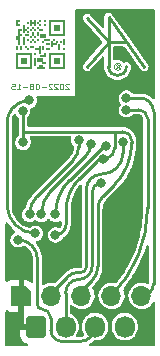
<source format=gbr>
%TF.GenerationSoftware,KiCad,Pcbnew,(6.0.5-0)*%
%TF.CreationDate,2022-08-15T09:21:08+01:00*%
%TF.ProjectId,Keypad2,4b657970-6164-4322-9e6b-696361645f70,5*%
%TF.SameCoordinates,Original*%
%TF.FileFunction,Copper,L2,Bot*%
%TF.FilePolarity,Positive*%
%FSLAX46Y46*%
G04 Gerber Fmt 4.6, Leading zero omitted, Abs format (unit mm)*
G04 Created by KiCad (PCBNEW (6.0.5-0)) date 2022-08-15 09:21:08*
%MOMM*%
%LPD*%
G01*
G04 APERTURE LIST*
G04 Aperture macros list*
%AMRoundRect*
0 Rectangle with rounded corners*
0 $1 Rounding radius*
0 $2 $3 $4 $5 $6 $7 $8 $9 X,Y pos of 4 corners*
0 Add a 4 corners polygon primitive as box body*
4,1,4,$2,$3,$4,$5,$6,$7,$8,$9,$2,$3,0*
0 Add four circle primitives for the rounded corners*
1,1,$1+$1,$2,$3*
1,1,$1+$1,$4,$5*
1,1,$1+$1,$6,$7*
1,1,$1+$1,$8,$9*
0 Add four rect primitives between the rounded corners*
20,1,$1+$1,$2,$3,$4,$5,0*
20,1,$1+$1,$4,$5,$6,$7,0*
20,1,$1+$1,$6,$7,$8,$9,0*
20,1,$1+$1,$8,$9,$2,$3,0*%
%AMOutline5P*
0 Free polygon, 5 corners , with rotation*
0 The origin of the aperture is its center*
0 number of corners: always 5*
0 $1 to $10 corner X, Y*
0 $11 Rotation angle, in degrees counterclockwise*
0 create outline with 5 corners*
4,1,5,$1,$2,$3,$4,$5,$6,$7,$8,$9,$10,$1,$2,$11*%
%AMOutline6P*
0 Free polygon, 6 corners , with rotation*
0 The origin of the aperture is its center*
0 number of corners: always 6*
0 $1 to $12 corner X, Y*
0 $13 Rotation angle, in degrees counterclockwise*
0 create outline with 6 corners*
4,1,6,$1,$2,$3,$4,$5,$6,$7,$8,$9,$10,$11,$12,$1,$2,$13*%
%AMOutline7P*
0 Free polygon, 7 corners , with rotation*
0 The origin of the aperture is its center*
0 number of corners: always 7*
0 $1 to $14 corner X, Y*
0 $15 Rotation angle, in degrees counterclockwise*
0 create outline with 7 corners*
4,1,7,$1,$2,$3,$4,$5,$6,$7,$8,$9,$10,$11,$12,$13,$14,$1,$2,$15*%
%AMOutline8P*
0 Free polygon, 8 corners , with rotation*
0 The origin of the aperture is its center*
0 number of corners: always 8*
0 $1 to $16 corner X, Y*
0 $17 Rotation angle, in degrees counterclockwise*
0 create outline with 8 corners*
4,1,8,$1,$2,$3,$4,$5,$6,$7,$8,$9,$10,$11,$12,$13,$14,$15,$16,$1,$2,$17*%
G04 Aperture macros list end*
%ADD10C,0.100000*%
%TA.AperFunction,NonConductor*%
%ADD11C,0.100000*%
%TD*%
%TA.AperFunction,EtchedComponent*%
%ADD12C,0.250000*%
%TD*%
%TA.AperFunction,EtchedComponent*%
%ADD13C,0.080000*%
%TD*%
%TA.AperFunction,ComponentPad*%
%ADD14Outline5P,-0.850000X0.850000X0.850000X0.850000X0.850000X-0.850000X-0.340000X-0.850000X-0.850000X-0.340000X180.000000*%
%TD*%
%TA.AperFunction,ComponentPad*%
%ADD15O,1.700000X1.700000*%
%TD*%
%TA.AperFunction,ComponentPad*%
%ADD16RoundRect,0.250000X-0.600000X-0.675000X0.600000X-0.675000X0.600000X0.675000X-0.600000X0.675000X0*%
%TD*%
%TA.AperFunction,ComponentPad*%
%ADD17O,1.700000X1.850000*%
%TD*%
%TA.AperFunction,SMDPad,CuDef*%
%ADD18R,1.400000X0.200000*%
%TD*%
%TA.AperFunction,SMDPad,CuDef*%
%ADD19R,0.200000X0.200000*%
%TD*%
%TA.AperFunction,SMDPad,CuDef*%
%ADD20R,0.200000X0.600000*%
%TD*%
%TA.AperFunction,SMDPad,CuDef*%
%ADD21R,0.200000X0.800000*%
%TD*%
%TA.AperFunction,SMDPad,CuDef*%
%ADD22R,0.200000X1.200000*%
%TD*%
%TA.AperFunction,SMDPad,CuDef*%
%ADD23R,0.200000X0.400000*%
%TD*%
%TA.AperFunction,SMDPad,CuDef*%
%ADD24R,0.400000X0.200000*%
%TD*%
%TA.AperFunction,SMDPad,CuDef*%
%ADD25R,0.600000X0.200000*%
%TD*%
%TA.AperFunction,SMDPad,CuDef*%
%ADD26R,1.000000X0.200000*%
%TD*%
%TA.AperFunction,SMDPad,CuDef*%
%ADD27R,0.600000X0.600000*%
%TD*%
%TA.AperFunction,SMDPad,CuDef*%
%ADD28R,0.600000X0.400000*%
%TD*%
%TA.AperFunction,SMDPad,CuDef*%
%ADD29R,0.800000X0.200000*%
%TD*%
%TA.AperFunction,SMDPad,CuDef*%
%ADD30R,0.200000X1.400000*%
%TD*%
%TA.AperFunction,ViaPad*%
%ADD31C,0.800000*%
%TD*%
%TA.AperFunction,Conductor*%
%ADD32C,0.500000*%
%TD*%
%TA.AperFunction,Conductor*%
%ADD33C,0.250000*%
%TD*%
G04 APERTURE END LIST*
D10*
%TO.C,U4*%
D11*
X166628571Y-100573809D02*
X166604761Y-100550000D01*
X166557142Y-100526190D01*
X166438095Y-100526190D01*
X166390476Y-100550000D01*
X166366666Y-100573809D01*
X166342857Y-100621428D01*
X166342857Y-100669047D01*
X166366666Y-100740476D01*
X166652380Y-101026190D01*
X166342857Y-101026190D01*
X166033333Y-100526190D02*
X165985714Y-100526190D01*
X165938095Y-100550000D01*
X165914285Y-100573809D01*
X165890476Y-100621428D01*
X165866666Y-100716666D01*
X165866666Y-100835714D01*
X165890476Y-100930952D01*
X165914285Y-100978571D01*
X165938095Y-101002380D01*
X165985714Y-101026190D01*
X166033333Y-101026190D01*
X166080952Y-101002380D01*
X166104761Y-100978571D01*
X166128571Y-100930952D01*
X166152380Y-100835714D01*
X166152380Y-100716666D01*
X166128571Y-100621428D01*
X166104761Y-100573809D01*
X166080952Y-100550000D01*
X166033333Y-100526190D01*
X165676190Y-100573809D02*
X165652380Y-100550000D01*
X165604761Y-100526190D01*
X165485714Y-100526190D01*
X165438095Y-100550000D01*
X165414285Y-100573809D01*
X165390476Y-100621428D01*
X165390476Y-100669047D01*
X165414285Y-100740476D01*
X165700000Y-101026190D01*
X165390476Y-101026190D01*
X165200000Y-100573809D02*
X165176190Y-100550000D01*
X165128571Y-100526190D01*
X165009523Y-100526190D01*
X164961904Y-100550000D01*
X164938095Y-100573809D01*
X164914285Y-100621428D01*
X164914285Y-100669047D01*
X164938095Y-100740476D01*
X165223809Y-101026190D01*
X164914285Y-101026190D01*
X164700000Y-100835714D02*
X164319047Y-100835714D01*
X163985714Y-100526190D02*
X163938095Y-100526190D01*
X163890476Y-100550000D01*
X163866666Y-100573809D01*
X163842857Y-100621428D01*
X163819047Y-100716666D01*
X163819047Y-100835714D01*
X163842857Y-100930952D01*
X163866666Y-100978571D01*
X163890476Y-101002380D01*
X163938095Y-101026190D01*
X163985714Y-101026190D01*
X164033333Y-101002380D01*
X164057142Y-100978571D01*
X164080952Y-100930952D01*
X164104761Y-100835714D01*
X164104761Y-100716666D01*
X164080952Y-100621428D01*
X164057142Y-100573809D01*
X164033333Y-100550000D01*
X163985714Y-100526190D01*
X163533333Y-100740476D02*
X163580952Y-100716666D01*
X163604761Y-100692857D01*
X163628571Y-100645238D01*
X163628571Y-100621428D01*
X163604761Y-100573809D01*
X163580952Y-100550000D01*
X163533333Y-100526190D01*
X163438095Y-100526190D01*
X163390476Y-100550000D01*
X163366666Y-100573809D01*
X163342857Y-100621428D01*
X163342857Y-100645238D01*
X163366666Y-100692857D01*
X163390476Y-100716666D01*
X163438095Y-100740476D01*
X163533333Y-100740476D01*
X163580952Y-100764285D01*
X163604761Y-100788095D01*
X163628571Y-100835714D01*
X163628571Y-100930952D01*
X163604761Y-100978571D01*
X163580952Y-101002380D01*
X163533333Y-101026190D01*
X163438095Y-101026190D01*
X163390476Y-101002380D01*
X163366666Y-100978571D01*
X163342857Y-100930952D01*
X163342857Y-100835714D01*
X163366666Y-100788095D01*
X163390476Y-100764285D01*
X163438095Y-100740476D01*
X163128571Y-100835714D02*
X162747619Y-100835714D01*
X162247619Y-101026190D02*
X162533333Y-101026190D01*
X162390476Y-101026190D02*
X162390476Y-100526190D01*
X162438095Y-100597619D01*
X162485714Y-100645238D01*
X162533333Y-100669047D01*
X161795238Y-100526190D02*
X162033333Y-100526190D01*
X162057142Y-100764285D01*
X162033333Y-100740476D01*
X161985714Y-100716666D01*
X161866666Y-100716666D01*
X161819047Y-100740476D01*
X161795238Y-100764285D01*
X161771428Y-100811904D01*
X161771428Y-100930952D01*
X161795238Y-100978571D01*
X161819047Y-101002380D01*
X161866666Y-101026190D01*
X161985714Y-101026190D01*
X162033333Y-101002380D01*
X162057142Y-100978571D01*
D12*
%TO.C,Logo1*%
X168200000Y-95000000D02*
X170000000Y-97000000D01*
D13*
X170750000Y-99110000D02*
X170650000Y-99250000D01*
X170850000Y-99110000D02*
X170750000Y-99110000D01*
D12*
X170000000Y-97000000D02*
X168200000Y-99100000D01*
D13*
X170850000Y-98950000D02*
X170850000Y-99250000D01*
D12*
X170000000Y-97000000D02*
X171500000Y-97000000D01*
D13*
X170850000Y-98950000D02*
X170750000Y-98950000D01*
D12*
X170000000Y-94900000D02*
X173000000Y-99100000D01*
X170000000Y-94900000D02*
X170000000Y-99100000D01*
D13*
X170750000Y-98950000D02*
G75*
G03*
X170750000Y-99110000I0J-80000D01*
G01*
D12*
X170000000Y-99100000D02*
G75*
G03*
X171500000Y-99100000I750000J0D01*
G01*
D13*
X171070000Y-99110000D02*
G75*
G03*
X171070000Y-99110000I-300000J0D01*
G01*
%TD*%
D14*
%TO.P,J2,1,GND*%
%TO.N,GND*%
X162620000Y-118500000D03*
D15*
%TO.P,J2,2,0*%
%TO.N,GPIO0*%
X165160000Y-118500000D03*
%TO.P,J2,3,3V3*%
%TO.N,+3V3*%
X167700000Y-118500000D03*
%TO.P,J2,4,Rx*%
%TO.N,I*%
X170240000Y-118500000D03*
%TO.P,J2,5,Tx*%
%TO.N,O*%
X172780000Y-118500000D03*
%TD*%
D16*
%TO.P,J1,1,Pin_1*%
%TO.N,GND*%
X163850000Y-121100000D03*
D17*
%TO.P,J1,2,Pin_2*%
%TO.N,+12V*%
X166350000Y-121100000D03*
%TO.P,J1,3,Pin_3*%
%TO.N,Net-(J1-Pad3)*%
X168850000Y-121100000D03*
%TO.P,J1,4,Pin_4*%
%TO.N,Net-(J1-Pad4)*%
X171350000Y-121100000D03*
%TD*%
D18*
%TO.P,U4,*%
%TO.N,*%
X162800000Y-99200000D03*
D19*
X163400000Y-97000000D03*
D20*
X165200000Y-97200000D03*
D19*
X164200000Y-95600000D03*
X162600000Y-96400000D03*
D21*
X163800000Y-98700000D03*
D22*
X165000000Y-95700000D03*
D19*
X163800000Y-97000000D03*
D22*
X163400000Y-98500000D03*
D23*
X162200000Y-95300000D03*
X162200000Y-96700000D03*
D24*
X165500000Y-97200000D03*
D19*
X163200000Y-96800000D03*
X165600000Y-97000000D03*
D25*
X164400000Y-98200000D03*
D24*
X164300000Y-96000000D03*
D20*
X165800000Y-97400000D03*
D19*
X164000000Y-95400000D03*
D26*
X162800000Y-98000000D03*
D21*
X164200000Y-97700000D03*
D19*
X163800000Y-98000000D03*
X163600000Y-95400000D03*
X166000000Y-97000000D03*
D27*
X165600000Y-95800000D03*
D23*
X164400000Y-97500000D03*
D24*
X164300000Y-99000000D03*
D21*
X162800000Y-95900000D03*
D19*
X163200000Y-95800000D03*
D26*
X165600000Y-95200000D03*
D19*
X164200000Y-95200000D03*
D22*
X162200000Y-98500000D03*
D20*
X163400000Y-95400000D03*
D19*
X163200000Y-95400000D03*
D23*
X163600000Y-96300000D03*
D19*
X164600000Y-95600000D03*
X164000000Y-95800000D03*
D20*
X166200000Y-97000000D03*
D19*
X163200000Y-97600000D03*
D24*
X163900000Y-97600000D03*
D19*
X163400000Y-96600000D03*
X163000000Y-97400000D03*
D24*
X164900000Y-97200000D03*
D19*
X163600000Y-95800000D03*
D25*
X164800000Y-96800000D03*
D23*
X162600000Y-97500000D03*
D24*
X163100000Y-96400000D03*
D19*
X163000000Y-96000000D03*
D27*
X162800000Y-98600000D03*
D28*
X164400000Y-96500000D03*
D21*
X162800000Y-96900000D03*
D20*
X163800000Y-95400000D03*
D24*
X163500000Y-97400000D03*
X164900000Y-97600000D03*
D22*
X166200000Y-95700000D03*
D19*
X163800000Y-96600000D03*
D18*
X165600000Y-99200000D03*
D26*
X165600000Y-98000000D03*
D24*
X164500000Y-98800000D03*
X162300000Y-95600000D03*
D22*
X166200000Y-98500000D03*
D19*
X164600000Y-98000000D03*
X163600000Y-96800000D03*
D28*
X164200000Y-98500000D03*
D19*
X162400000Y-95200000D03*
D29*
X164300000Y-99200000D03*
D19*
X163400000Y-96000000D03*
X163200000Y-96200000D03*
X166200000Y-97600000D03*
D22*
X165000000Y-98500000D03*
D30*
X162400000Y-96600000D03*
D19*
X164400000Y-97000000D03*
X164000000Y-96800000D03*
X162600000Y-96000000D03*
D27*
X165600000Y-98600000D03*
D23*
X164000000Y-96300000D03*
D19*
X165400000Y-96800000D03*
X163800000Y-96000000D03*
D18*
X165600000Y-96400000D03*
D19*
X164600000Y-95200000D03*
D23*
X162200000Y-97500000D03*
%TD*%
D31*
%TO.N,GND*%
X173400000Y-122300000D03*
X166415256Y-114041804D03*
X165600000Y-103200000D03*
%TO.N,+3V3*%
X162750000Y-105500000D03*
X162716425Y-102831220D03*
X169552391Y-106875500D03*
X165500000Y-113346506D03*
%TO.N,GPIO0*%
X171224500Y-105476883D03*
%TO.N,O*%
X171500000Y-101750000D03*
%TO.N,I*%
X171500000Y-102750000D03*
%TO.N,Net-(C1-Pad2)*%
X163800000Y-113200000D03*
X163275500Y-101953301D03*
%TO.N,Net-(J1-Pad3)*%
X162328307Y-113752436D03*
%TO.N,+12V*%
X169338110Y-108967566D03*
%TO.N,TX*%
X167461864Y-105325500D03*
X163300000Y-111600000D03*
%TO.N,RX*%
X165500000Y-111596506D03*
X169775500Y-105797540D03*
%TO.N,DE*%
X164300000Y-111600000D03*
X168496408Y-105621956D03*
%TD*%
D32*
%TO.N,GND*%
X162600000Y-118500000D02*
X162600000Y-121100000D01*
X162600000Y-121100000D02*
X163850000Y-121100000D01*
D33*
%TO.N,+3V3*%
X167948701Y-117851300D02*
X168600000Y-117200000D01*
X168992646Y-107107354D02*
X167531372Y-108568628D01*
X171949001Y-105349001D02*
X171949001Y-105550999D01*
X169835155Y-106886578D02*
X169563469Y-106886578D01*
X162750000Y-105500000D02*
X162750000Y-102864795D01*
X169563469Y-106886578D02*
X169552391Y-106875500D01*
X168600000Y-117200000D02*
X168605025Y-117194975D01*
X166400000Y-111300000D02*
X166400000Y-112446506D01*
X170464077Y-109135923D02*
X169524264Y-110075736D01*
X170500000Y-104688398D02*
X170500000Y-105986671D01*
X169100000Y-111100000D02*
X169100000Y-116000000D01*
X162750000Y-104600000D02*
X171200000Y-104600000D01*
X162750000Y-102864795D02*
X162716425Y-102831220D01*
X166399988Y-111300000D02*
G75*
G02*
X167531372Y-108568628I3862712J0D01*
G01*
X171949000Y-105349001D02*
G75*
G03*
X171200000Y-104600000I-749000J1D01*
G01*
X165500000Y-113346500D02*
G75*
G03*
X166400000Y-112446506I0J900000D01*
G01*
X170464068Y-109135914D02*
G75*
G03*
X171949001Y-105550999I-3584868J3584914D01*
G01*
X168992650Y-107107358D02*
G75*
G02*
X169552391Y-106875500I559750J-559742D01*
G01*
X169835155Y-106886578D02*
G75*
G03*
X170500000Y-105986671I-279555J902078D01*
G01*
X169099992Y-111100000D02*
G75*
G02*
X169524264Y-110075736I1448508J0D01*
G01*
X169099985Y-116000000D02*
G75*
G02*
X168605025Y-117194975I-1689985J0D01*
G01*
X167948701Y-117851300D02*
G75*
G03*
X167680000Y-118500000I648699J-648700D01*
G01*
%TO.N,GPIO0*%
X166400000Y-117000000D02*
X166475735Y-116924265D01*
X167700000Y-116500000D02*
X167500000Y-116500000D01*
X165309706Y-118090295D02*
X166400000Y-117000000D01*
X171224500Y-105476883D02*
X171224500Y-106375500D01*
X168100000Y-109500000D02*
X168100000Y-116100000D01*
X165309708Y-118090297D02*
G75*
G03*
X165140000Y-118500000I409692J-409703D01*
G01*
X167700000Y-116500000D02*
G75*
G03*
X168100000Y-116100000I0J400000D01*
G01*
X169400000Y-108200000D02*
G75*
G03*
X171224500Y-106375500I0J1824500D01*
G01*
X168100000Y-109500000D02*
G75*
G02*
X169400000Y-108200000I1300000J0D01*
G01*
X167500000Y-116499992D02*
G75*
G03*
X166475735Y-116924265I0J-1448508D01*
G01*
%TO.N,O*%
X171500000Y-101750000D02*
X172650000Y-101750000D01*
X173800000Y-102900000D02*
X173800000Y-117460000D01*
X172760000Y-118500000D02*
G75*
G03*
X173800000Y-117460000I0J1040000D01*
G01*
X173800000Y-102900000D02*
G75*
G03*
X172650000Y-101750000I-1150000J0D01*
G01*
%TO.N,I*%
X171500000Y-102750000D02*
X172550000Y-102750000D01*
X173300000Y-103500000D02*
X173300000Y-111064223D01*
X173300000Y-103500000D02*
G75*
G03*
X172550000Y-102750000I-750000J0D01*
G01*
X170219993Y-118499993D02*
G75*
G03*
X173300000Y-111064223I-7435793J7435793D01*
G01*
%TO.N,Net-(C1-Pad2)*%
X161400000Y-110600000D02*
X161400000Y-103850000D01*
X163237907Y-101990894D02*
X163275500Y-101953301D01*
X161400000Y-110800000D02*
X161400000Y-110600000D01*
X162895576Y-101990894D02*
X163237907Y-101990894D01*
X161400000Y-110800000D02*
G75*
G03*
X163800000Y-113200000I2400000J0D01*
G01*
X162895576Y-101990893D02*
G75*
G03*
X161400000Y-103850000I410324J-1861207D01*
G01*
%TO.N,Net-(J1-Pad3)*%
X166049520Y-122349520D02*
X167600480Y-122349520D01*
X165100000Y-120400000D02*
X165100000Y-121400000D01*
X163965489Y-115389618D02*
X163965489Y-119265489D01*
X166049520Y-122349500D02*
G75*
G02*
X165100000Y-121400000I-20J949500D01*
G01*
X163965464Y-115389618D02*
G75*
G03*
X162328307Y-113752436I-1637164J18D01*
G01*
X164300000Y-119600011D02*
G75*
G02*
X163965489Y-119265489I0J334511D01*
G01*
X168850020Y-121100000D02*
G75*
G02*
X167600480Y-122349520I-1249520J0D01*
G01*
X165100000Y-120400000D02*
G75*
G03*
X164300000Y-119600000I-800000J0D01*
G01*
%TO.N,+12V*%
X169338110Y-108967566D02*
X169332434Y-108967566D01*
X168600000Y-109700000D02*
X168600000Y-116000000D01*
X166350000Y-118250000D02*
X166350000Y-121100000D01*
X168599966Y-109700000D02*
G75*
G02*
X169332434Y-108967566I732434J0D01*
G01*
X167500000Y-117100000D02*
G75*
G03*
X168600000Y-116000000I0J1100000D01*
G01*
X166350000Y-118250000D02*
G75*
G02*
X167500000Y-117100000I1150000J0D01*
G01*
%TO.N,TX*%
X167461864Y-105325500D02*
X167461864Y-105884962D01*
X167000000Y-107000000D02*
X163936396Y-110063604D01*
X163300003Y-111600000D02*
G75*
G02*
X163936397Y-110063605I2172797J0D01*
G01*
X167000011Y-107000011D02*
G75*
G03*
X167461864Y-105884962I-1115011J1115011D01*
G01*
%TO.N,RX*%
X169480102Y-105919898D02*
X166699612Y-108700388D01*
X165499997Y-111596506D02*
G75*
G02*
X166699613Y-108700389I4095703J6D01*
G01*
X169480101Y-105919897D02*
G75*
G02*
X169775500Y-105797540I295399J-295403D01*
G01*
%TO.N,DE*%
X168100000Y-106600000D02*
X165148529Y-109551471D01*
X168496408Y-105621956D02*
X168496408Y-105642987D01*
X164300013Y-111600000D02*
G75*
G02*
X165148529Y-109551471I2897087J0D01*
G01*
X168100004Y-106600004D02*
G75*
G03*
X168496408Y-105642987I-957004J957004D01*
G01*
%TD*%
%TA.AperFunction,Conductor*%
%TO.N,GND*%
G36*
X161448865Y-119734211D02*
G01*
X161520350Y-119787786D01*
X161535689Y-119796183D01*
X161654247Y-119840629D01*
X161669256Y-119844197D01*
X161719331Y-119849637D01*
X161726028Y-119850000D01*
X162501268Y-119850000D01*
X162568307Y-119869685D01*
X162614062Y-119922489D01*
X162624006Y-119991647D01*
X162606826Y-120039066D01*
X162569422Y-120099747D01*
X162563373Y-120112718D01*
X162512715Y-120265446D01*
X162509892Y-120278613D01*
X162500322Y-120372019D01*
X162500000Y-120378325D01*
X162500000Y-120832170D01*
X162504404Y-120847169D01*
X162505774Y-120848356D01*
X162513332Y-120850000D01*
X163976000Y-120850000D01*
X164043039Y-120869685D01*
X164088794Y-120922489D01*
X164100000Y-120974000D01*
X164100000Y-121226000D01*
X164080315Y-121293039D01*
X164027511Y-121338794D01*
X163976000Y-121350000D01*
X162517831Y-121350000D01*
X162502832Y-121354404D01*
X162501645Y-121355774D01*
X162500001Y-121363332D01*
X162500001Y-121821636D01*
X162500331Y-121828015D01*
X162510151Y-121922671D01*
X162512997Y-121935849D01*
X162563920Y-122088481D01*
X162569991Y-122101443D01*
X162654438Y-122237907D01*
X162663325Y-122249120D01*
X162776904Y-122362501D01*
X162788135Y-122371370D01*
X162924741Y-122455575D01*
X162937718Y-122461627D01*
X163076940Y-122507805D01*
X163134373Y-122547594D01*
X163161178Y-122612118D01*
X163148843Y-122680890D01*
X163101285Y-122732077D01*
X163037902Y-122749500D01*
X161374500Y-122749500D01*
X161307461Y-122729815D01*
X161261706Y-122677011D01*
X161250500Y-122625500D01*
X161250500Y-119833437D01*
X161270185Y-119766398D01*
X161322989Y-119720643D01*
X161392147Y-119710699D01*
X161448865Y-119734211D01*
G37*
%TD.AperFunction*%
%TA.AperFunction,Conductor*%
G36*
X173892539Y-94270185D02*
G01*
X173938294Y-94322989D01*
X173949500Y-94374500D01*
X173949500Y-101742755D01*
X173929815Y-101809794D01*
X173877011Y-101855549D01*
X173807853Y-101865493D01*
X173744297Y-101836468D01*
X173737819Y-101830436D01*
X173651542Y-101744159D01*
X173531445Y-101654255D01*
X173480404Y-101616046D01*
X173480399Y-101616043D01*
X173476854Y-101613389D01*
X173472964Y-101611265D01*
X173472961Y-101611263D01*
X173289224Y-101510936D01*
X173289223Y-101510936D01*
X173285334Y-101508812D01*
X173281191Y-101507267D01*
X173281185Y-101507264D01*
X173085024Y-101434099D01*
X173085020Y-101434098D01*
X173080881Y-101432554D01*
X173076558Y-101431614D01*
X173076556Y-101431613D01*
X172986244Y-101411967D01*
X172867656Y-101386170D01*
X172719342Y-101375563D01*
X172715598Y-101375028D01*
X172715452Y-101374977D01*
X172709945Y-101374500D01*
X172707263Y-101374500D01*
X172704584Y-101374384D01*
X172704586Y-101374346D01*
X172700064Y-101374184D01*
X172664325Y-101371628D01*
X172661875Y-101371347D01*
X172660395Y-101371347D01*
X172659026Y-101371249D01*
X172650000Y-101369819D01*
X172640359Y-101371346D01*
X172640356Y-101371346D01*
X172630085Y-101372973D01*
X172610688Y-101374500D01*
X172096525Y-101374500D01*
X172029486Y-101354815D01*
X172001522Y-101327705D01*
X172000707Y-101328424D01*
X171995768Y-101322822D01*
X171991531Y-101316657D01*
X171873976Y-101211919D01*
X171734831Y-101138245D01*
X171582128Y-101099889D01*
X171500329Y-101099461D01*
X171432158Y-101099104D01*
X171432157Y-101099104D01*
X171424684Y-101099065D01*
X171417421Y-101100809D01*
X171417418Y-101100809D01*
X171348136Y-101117442D01*
X171271588Y-101135820D01*
X171131679Y-101208032D01*
X171013034Y-101311533D01*
X170922501Y-101440348D01*
X170865309Y-101587039D01*
X170844758Y-101743138D01*
X170845578Y-101750566D01*
X170845578Y-101750568D01*
X170851638Y-101805454D01*
X170862035Y-101899633D01*
X170864601Y-101906645D01*
X170864602Y-101906649D01*
X170888168Y-101971045D01*
X170916143Y-102047490D01*
X170966816Y-102122899D01*
X171003958Y-102178172D01*
X171002262Y-102179312D01*
X171026870Y-102233459D01*
X171016800Y-102302599D01*
X171005551Y-102322180D01*
X170922501Y-102440348D01*
X170865309Y-102587039D01*
X170844758Y-102743138D01*
X170862035Y-102899633D01*
X170864601Y-102906645D01*
X170864602Y-102906649D01*
X170891757Y-102980853D01*
X170916143Y-103047490D01*
X171003958Y-103178172D01*
X171026183Y-103198395D01*
X171114878Y-103279102D01*
X171114882Y-103279105D01*
X171120410Y-103284135D01*
X171126980Y-103287702D01*
X171126981Y-103287703D01*
X171150031Y-103300218D01*
X171258776Y-103359262D01*
X171359957Y-103385806D01*
X171403841Y-103397319D01*
X171403843Y-103397319D01*
X171411069Y-103399215D01*
X171488127Y-103400425D01*
X171561025Y-103401571D01*
X171561028Y-103401571D01*
X171568495Y-103401688D01*
X171575776Y-103400020D01*
X171575780Y-103400020D01*
X171714681Y-103368207D01*
X171721968Y-103366538D01*
X171862625Y-103295795D01*
X171868306Y-103290943D01*
X171868309Y-103290941D01*
X171976666Y-103198395D01*
X171976667Y-103198394D01*
X171982348Y-103193542D01*
X171994133Y-103177141D01*
X172049237Y-103134187D01*
X172094831Y-103125500D01*
X172510688Y-103125500D01*
X172530085Y-103127027D01*
X172538673Y-103128387D01*
X172550000Y-103130181D01*
X172559637Y-103128655D01*
X172565840Y-103128655D01*
X172582020Y-103129716D01*
X172607550Y-103133077D01*
X172630745Y-103136130D01*
X172662008Y-103144507D01*
X172722170Y-103169427D01*
X172750198Y-103185608D01*
X172790230Y-103216327D01*
X172801862Y-103225253D01*
X172824747Y-103248138D01*
X172864392Y-103299802D01*
X172880573Y-103327830D01*
X172905492Y-103387989D01*
X172913870Y-103419257D01*
X172920284Y-103467980D01*
X172921345Y-103484160D01*
X172921345Y-103490363D01*
X172919819Y-103500000D01*
X172921346Y-103509641D01*
X172922973Y-103519915D01*
X172924500Y-103539312D01*
X172924500Y-111024910D01*
X172922973Y-111044307D01*
X172919819Y-111064222D01*
X172921345Y-111073858D01*
X172921345Y-111073860D01*
X172921995Y-111077963D01*
X172923472Y-111100836D01*
X172922005Y-111153126D01*
X172909451Y-111600568D01*
X172908644Y-111629315D01*
X172908255Y-111636241D01*
X172886219Y-111897490D01*
X172861030Y-112196109D01*
X172860251Y-112203020D01*
X172781711Y-112759335D01*
X172780546Y-112766192D01*
X172670939Y-113317219D01*
X172669392Y-113324000D01*
X172633513Y-113463091D01*
X172529049Y-113868063D01*
X172527133Y-113874714D01*
X172358431Y-114404007D01*
X172356514Y-114410023D01*
X172354222Y-114416574D01*
X172278815Y-114614117D01*
X172153850Y-114941488D01*
X172151188Y-114947914D01*
X171921711Y-115460744D01*
X171918693Y-115467011D01*
X171663654Y-115960688D01*
X171660822Y-115966169D01*
X171657469Y-115972238D01*
X171424167Y-116367741D01*
X171372001Y-116456175D01*
X171368300Y-116462064D01*
X171056158Y-116929217D01*
X171052133Y-116934889D01*
X170803106Y-117265789D01*
X170714300Y-117383791D01*
X170709971Y-117389220D01*
X170700224Y-117400764D01*
X170696048Y-117405709D01*
X170637756Y-117444230D01*
X170567892Y-117445121D01*
X170564635Y-117444018D01*
X170564634Y-117444020D01*
X170559176Y-117442404D01*
X170553898Y-117440298D01*
X170355526Y-117400839D01*
X170349839Y-117400765D01*
X170349834Y-117400764D01*
X170158975Y-117398266D01*
X170158970Y-117398266D01*
X170153286Y-117398192D01*
X170147682Y-117399155D01*
X170147681Y-117399155D01*
X169959546Y-117431482D01*
X169959543Y-117431483D01*
X169953949Y-117432444D01*
X169922571Y-117444020D01*
X169769521Y-117500483D01*
X169769517Y-117500485D01*
X169764193Y-117502449D01*
X169759310Y-117505354D01*
X169759308Y-117505355D01*
X169742683Y-117515246D01*
X169590371Y-117605862D01*
X169438305Y-117739220D01*
X169313089Y-117898057D01*
X169218914Y-118077053D01*
X169217229Y-118082479D01*
X169217228Y-118082482D01*
X169210570Y-118103926D01*
X169158937Y-118270213D01*
X169135164Y-118471069D01*
X169135535Y-118476731D01*
X169135535Y-118476735D01*
X169140851Y-118557842D01*
X169148392Y-118672894D01*
X169198178Y-118868928D01*
X169200554Y-118874082D01*
X169265859Y-119015737D01*
X169282856Y-119052607D01*
X169399588Y-119217780D01*
X169544466Y-119358913D01*
X169712637Y-119471282D01*
X169898470Y-119551122D01*
X169994502Y-119572852D01*
X170090193Y-119594505D01*
X170090195Y-119594505D01*
X170095740Y-119595760D01*
X170213135Y-119600372D01*
X170292161Y-119603477D01*
X170292163Y-119603477D01*
X170297842Y-119603700D01*
X170303462Y-119602885D01*
X170303465Y-119602885D01*
X170492387Y-119575493D01*
X170492389Y-119575493D01*
X170498007Y-119574678D01*
X170503384Y-119572853D01*
X170503387Y-119572852D01*
X170604560Y-119538508D01*
X170689531Y-119509664D01*
X170866001Y-119410837D01*
X170928433Y-119358913D01*
X171017138Y-119285137D01*
X171021505Y-119281505D01*
X171078364Y-119213140D01*
X171147206Y-119130367D01*
X171147207Y-119130366D01*
X171150837Y-119126001D01*
X171249664Y-118949531D01*
X171314678Y-118758007D01*
X171343700Y-118557842D01*
X171345215Y-118500000D01*
X171326708Y-118298591D01*
X171271807Y-118103926D01*
X171242386Y-118044266D01*
X171230390Y-117975434D01*
X171258858Y-117909420D01*
X171288226Y-117874642D01*
X171302710Y-117857489D01*
X171670211Y-117369167D01*
X171960387Y-116934889D01*
X172008789Y-116862450D01*
X172008792Y-116862445D01*
X172009753Y-116861007D01*
X172223693Y-116498326D01*
X172319383Y-116336109D01*
X172319389Y-116336098D01*
X172320268Y-116334608D01*
X172600779Y-115791627D01*
X172850404Y-115233771D01*
X173068358Y-114662797D01*
X173158135Y-114381124D01*
X173182356Y-114305133D01*
X173221469Y-114247237D01*
X173285674Y-114219678D01*
X173354586Y-114231206D01*
X173406326Y-114278161D01*
X173424500Y-114342789D01*
X173424500Y-117389220D01*
X173404815Y-117456259D01*
X173352011Y-117502014D01*
X173282853Y-117511958D01*
X173254551Y-117504392D01*
X173249681Y-117502449D01*
X173093898Y-117440298D01*
X173088317Y-117439188D01*
X173088314Y-117439187D01*
X172991165Y-117419863D01*
X172895526Y-117400839D01*
X172889839Y-117400765D01*
X172889834Y-117400764D01*
X172698975Y-117398266D01*
X172698970Y-117398266D01*
X172693286Y-117398192D01*
X172687682Y-117399155D01*
X172687681Y-117399155D01*
X172499546Y-117431482D01*
X172499543Y-117431483D01*
X172493949Y-117432444D01*
X172462571Y-117444020D01*
X172309521Y-117500483D01*
X172309517Y-117500485D01*
X172304193Y-117502449D01*
X172299310Y-117505354D01*
X172299308Y-117505355D01*
X172282683Y-117515246D01*
X172130371Y-117605862D01*
X171978305Y-117739220D01*
X171853089Y-117898057D01*
X171758914Y-118077053D01*
X171757229Y-118082479D01*
X171757228Y-118082482D01*
X171750570Y-118103926D01*
X171698937Y-118270213D01*
X171675164Y-118471069D01*
X171675535Y-118476731D01*
X171675535Y-118476735D01*
X171680851Y-118557842D01*
X171688392Y-118672894D01*
X171738178Y-118868928D01*
X171740554Y-118874082D01*
X171805859Y-119015737D01*
X171822856Y-119052607D01*
X171939588Y-119217780D01*
X172084466Y-119358913D01*
X172252637Y-119471282D01*
X172438470Y-119551122D01*
X172534502Y-119572852D01*
X172630193Y-119594505D01*
X172630195Y-119594505D01*
X172635740Y-119595760D01*
X172753135Y-119600372D01*
X172832161Y-119603477D01*
X172832163Y-119603477D01*
X172837842Y-119603700D01*
X172843462Y-119602885D01*
X172843465Y-119602885D01*
X173032387Y-119575493D01*
X173032389Y-119575493D01*
X173038007Y-119574678D01*
X173043384Y-119572853D01*
X173043387Y-119572852D01*
X173144560Y-119538508D01*
X173229531Y-119509664D01*
X173406001Y-119410837D01*
X173468433Y-119358913D01*
X173557138Y-119285137D01*
X173561505Y-119281505D01*
X173618364Y-119213140D01*
X173687206Y-119130367D01*
X173687207Y-119130366D01*
X173690837Y-119126001D01*
X173717310Y-119078730D01*
X173767242Y-119029857D01*
X173835670Y-119015737D01*
X173900869Y-119040853D01*
X173942139Y-119097232D01*
X173949500Y-119139319D01*
X173949500Y-122625500D01*
X173929815Y-122692539D01*
X173877011Y-122738294D01*
X173825500Y-122749500D01*
X168456258Y-122749500D01*
X168389219Y-122729815D01*
X168343464Y-122677011D01*
X168333520Y-122607853D01*
X168362545Y-122544297D01*
X168396832Y-122516667D01*
X168477392Y-122472679D01*
X168477391Y-122472679D01*
X168481282Y-122470555D01*
X168501294Y-122455575D01*
X168663825Y-122333908D01*
X168667369Y-122331255D01*
X168670497Y-122328127D01*
X168670504Y-122328121D01*
X168685178Y-122313447D01*
X168746501Y-122279962D01*
X168784227Y-122278638D01*
X168784256Y-122278051D01*
X168790158Y-122278339D01*
X168795996Y-122279186D01*
X169005767Y-122269477D01*
X169011506Y-122268094D01*
X169204185Y-122221658D01*
X169204188Y-122221657D01*
X169209918Y-122220276D01*
X169215286Y-122217836D01*
X169215290Y-122217834D01*
X169395710Y-122135802D01*
X169401081Y-122133360D01*
X169572360Y-122011863D01*
X169611607Y-121970865D01*
X169713491Y-121864436D01*
X169713495Y-121864432D01*
X169717575Y-121860169D01*
X169831485Y-121683754D01*
X169833693Y-121678276D01*
X169907773Y-121494461D01*
X169907774Y-121494456D01*
X169909981Y-121488981D01*
X169950230Y-121282878D01*
X169950500Y-121277357D01*
X169950500Y-121227469D01*
X170249500Y-121227469D01*
X170264439Y-121384046D01*
X170266099Y-121389706D01*
X170266100Y-121389709D01*
X170293522Y-121483182D01*
X170323553Y-121585549D01*
X170326256Y-121590797D01*
X170417004Y-121766996D01*
X170417007Y-121767001D01*
X170419705Y-121772239D01*
X170549424Y-121937379D01*
X170553878Y-121941244D01*
X170553879Y-121941245D01*
X170639197Y-122015280D01*
X170708029Y-122075010D01*
X170713134Y-122077963D01*
X170713135Y-122077964D01*
X170813113Y-122135802D01*
X170889799Y-122180166D01*
X171088174Y-122249053D01*
X171295996Y-122279186D01*
X171505767Y-122269477D01*
X171511506Y-122268094D01*
X171704185Y-122221658D01*
X171704188Y-122221657D01*
X171709918Y-122220276D01*
X171715286Y-122217836D01*
X171715290Y-122217834D01*
X171895710Y-122135802D01*
X171901081Y-122133360D01*
X172072360Y-122011863D01*
X172111607Y-121970865D01*
X172213491Y-121864436D01*
X172213495Y-121864432D01*
X172217575Y-121860169D01*
X172331485Y-121683754D01*
X172333693Y-121678276D01*
X172407773Y-121494461D01*
X172407774Y-121494456D01*
X172409981Y-121488981D01*
X172450230Y-121282878D01*
X172450500Y-121277357D01*
X172450500Y-120972531D01*
X172435561Y-120815954D01*
X172376447Y-120614451D01*
X172362651Y-120587664D01*
X172282996Y-120433004D01*
X172282993Y-120432999D01*
X172280295Y-120427761D01*
X172150576Y-120262621D01*
X172060981Y-120184874D01*
X171996424Y-120128854D01*
X171996423Y-120128853D01*
X171991971Y-120124990D01*
X171891109Y-120066640D01*
X171815311Y-120022790D01*
X171815309Y-120022789D01*
X171810201Y-120019834D01*
X171611826Y-119950947D01*
X171404004Y-119920814D01*
X171194233Y-119930523D01*
X171188495Y-119931906D01*
X171188494Y-119931906D01*
X170995815Y-119978342D01*
X170995812Y-119978343D01*
X170990082Y-119979724D01*
X170984714Y-119982164D01*
X170984710Y-119982166D01*
X170877026Y-120031127D01*
X170798919Y-120066640D01*
X170627640Y-120188137D01*
X170623556Y-120192404D01*
X170623554Y-120192405D01*
X170486509Y-120335564D01*
X170486505Y-120335568D01*
X170482425Y-120339831D01*
X170368515Y-120516246D01*
X170366308Y-120521721D01*
X170366307Y-120521724D01*
X170292227Y-120705539D01*
X170292226Y-120705544D01*
X170290019Y-120711019D01*
X170249770Y-120917122D01*
X170249500Y-120922643D01*
X170249500Y-121227469D01*
X169950500Y-121227469D01*
X169950500Y-120972531D01*
X169935561Y-120815954D01*
X169876447Y-120614451D01*
X169862651Y-120587664D01*
X169782996Y-120433004D01*
X169782993Y-120432999D01*
X169780295Y-120427761D01*
X169650576Y-120262621D01*
X169560981Y-120184874D01*
X169496424Y-120128854D01*
X169496423Y-120128853D01*
X169491971Y-120124990D01*
X169391109Y-120066640D01*
X169315311Y-120022790D01*
X169315309Y-120022789D01*
X169310201Y-120019834D01*
X169111826Y-119950947D01*
X168904004Y-119920814D01*
X168694233Y-119930523D01*
X168688495Y-119931906D01*
X168688494Y-119931906D01*
X168495815Y-119978342D01*
X168495812Y-119978343D01*
X168490082Y-119979724D01*
X168484714Y-119982164D01*
X168484710Y-119982166D01*
X168377026Y-120031127D01*
X168298919Y-120066640D01*
X168127640Y-120188137D01*
X168123556Y-120192404D01*
X168123554Y-120192405D01*
X167986509Y-120335564D01*
X167986505Y-120335568D01*
X167982425Y-120339831D01*
X167868515Y-120516246D01*
X167866308Y-120521721D01*
X167866307Y-120521724D01*
X167792227Y-120705539D01*
X167792226Y-120705544D01*
X167790019Y-120711019D01*
X167749770Y-120917122D01*
X167749500Y-120922643D01*
X167749500Y-121227469D01*
X167764439Y-121384046D01*
X167766099Y-121389706D01*
X167766100Y-121389709D01*
X167793522Y-121483182D01*
X167823553Y-121585549D01*
X167913899Y-121760967D01*
X167927095Y-121829577D01*
X167901101Y-121894432D01*
X167839655Y-121936403D01*
X167782688Y-121953683D01*
X167758848Y-121958425D01*
X167634542Y-121970666D01*
X167619882Y-121970233D01*
X167619882Y-121970865D01*
X167610122Y-121970865D01*
X167600486Y-121969339D01*
X167582263Y-121972225D01*
X167580564Y-121972494D01*
X167561168Y-121974020D01*
X167371731Y-121974020D01*
X167304692Y-121954335D01*
X167258937Y-121901531D01*
X167248993Y-121832373D01*
X167267560Y-121782757D01*
X167328279Y-121688721D01*
X167328284Y-121688712D01*
X167331485Y-121683754D01*
X167333693Y-121678276D01*
X167407773Y-121494461D01*
X167407774Y-121494456D01*
X167409981Y-121488981D01*
X167450230Y-121282878D01*
X167450500Y-121277357D01*
X167450500Y-120972531D01*
X167435561Y-120815954D01*
X167376447Y-120614451D01*
X167362651Y-120587664D01*
X167282996Y-120433004D01*
X167282993Y-120432999D01*
X167280295Y-120427761D01*
X167150576Y-120262621D01*
X167060981Y-120184874D01*
X166996424Y-120128854D01*
X166996423Y-120128853D01*
X166991971Y-120124990D01*
X166891109Y-120066640D01*
X166815311Y-120022790D01*
X166815309Y-120022789D01*
X166810201Y-120019834D01*
X166804625Y-120017898D01*
X166799259Y-120015441D01*
X166800260Y-120013254D01*
X166751927Y-119978738D01*
X166726046Y-119913838D01*
X166725500Y-119902217D01*
X166725500Y-119381064D01*
X166745185Y-119314025D01*
X166797989Y-119268270D01*
X166867147Y-119258326D01*
X166930703Y-119287351D01*
X166936024Y-119292240D01*
X167004466Y-119358913D01*
X167172637Y-119471282D01*
X167358470Y-119551122D01*
X167454502Y-119572852D01*
X167550193Y-119594505D01*
X167550195Y-119594505D01*
X167555740Y-119595760D01*
X167673135Y-119600372D01*
X167752161Y-119603477D01*
X167752163Y-119603477D01*
X167757842Y-119603700D01*
X167763462Y-119602885D01*
X167763465Y-119602885D01*
X167952387Y-119575493D01*
X167952389Y-119575493D01*
X167958007Y-119574678D01*
X167963384Y-119572853D01*
X167963387Y-119572852D01*
X168064560Y-119538508D01*
X168149531Y-119509664D01*
X168326001Y-119410837D01*
X168388433Y-119358913D01*
X168477138Y-119285137D01*
X168481505Y-119281505D01*
X168538364Y-119213140D01*
X168607206Y-119130367D01*
X168607207Y-119130366D01*
X168610837Y-119126001D01*
X168709664Y-118949531D01*
X168774678Y-118758007D01*
X168803700Y-118557842D01*
X168805215Y-118500000D01*
X168786708Y-118298591D01*
X168731807Y-118103926D01*
X168642351Y-117922527D01*
X168606593Y-117874641D01*
X168582254Y-117809148D01*
X168597188Y-117740893D01*
X168618268Y-117712769D01*
X168842746Y-117488291D01*
X168857539Y-117475656D01*
X168865964Y-117469535D01*
X168865967Y-117469532D01*
X168873859Y-117463798D01*
X168879593Y-117455905D01*
X168880230Y-117455268D01*
X168886340Y-117447694D01*
X168982077Y-117340560D01*
X169027429Y-117289809D01*
X169161669Y-117100610D01*
X169163351Y-117097567D01*
X169272199Y-116900614D01*
X169272201Y-116900610D01*
X169273881Y-116897570D01*
X169289026Y-116861007D01*
X169361328Y-116686448D01*
X169361329Y-116686446D01*
X169362655Y-116683244D01*
X169426875Y-116460326D01*
X169465733Y-116231619D01*
X169468471Y-116182865D01*
X169475035Y-116065981D01*
X169475259Y-116062847D01*
X169475269Y-116062611D01*
X169475500Y-116059945D01*
X169475500Y-116059035D01*
X169475951Y-116057713D01*
X169475500Y-116057688D01*
X169477597Y-116020354D01*
X169478654Y-116010476D01*
X169478654Y-116009639D01*
X169480181Y-116000000D01*
X169477027Y-115980085D01*
X169475500Y-115960688D01*
X169475500Y-111139312D01*
X169477027Y-111119915D01*
X169478654Y-111109641D01*
X169480181Y-111100000D01*
X169478655Y-111090361D01*
X169478655Y-111080602D01*
X169478790Y-111080602D01*
X169478200Y-111065593D01*
X169478409Y-111062945D01*
X169487937Y-110941869D01*
X169490981Y-110922653D01*
X169525733Y-110777905D01*
X169531746Y-110759400D01*
X169588713Y-110621872D01*
X169597547Y-110604534D01*
X169675325Y-110477614D01*
X169686763Y-110461872D01*
X169767386Y-110367477D01*
X169778393Y-110357302D01*
X169778295Y-110357204D01*
X169785197Y-110350302D01*
X169793089Y-110344568D01*
X169801545Y-110332931D01*
X169804947Y-110328248D01*
X169817582Y-110313455D01*
X170701795Y-109429242D01*
X170716591Y-109416605D01*
X170725010Y-109410488D01*
X170732904Y-109404753D01*
X170735367Y-109401363D01*
X171023013Y-109090192D01*
X171287923Y-108754159D01*
X171525652Y-108398378D01*
X171531649Y-108387671D01*
X171733541Y-108027168D01*
X171734733Y-108025040D01*
X171797789Y-107888263D01*
X171912867Y-107638642D01*
X171912872Y-107638631D01*
X171913877Y-107636450D01*
X171944713Y-107552865D01*
X172061139Y-107237281D01*
X172061140Y-107237278D01*
X172061980Y-107235001D01*
X172134154Y-106979096D01*
X172177468Y-106825518D01*
X172177469Y-106825513D01*
X172178130Y-106823170D01*
X172225939Y-106582819D01*
X172261134Y-106405886D01*
X172261136Y-106405876D01*
X172261609Y-106403496D01*
X172291930Y-106147319D01*
X172311615Y-105981002D01*
X172311616Y-105980994D01*
X172311903Y-105978566D01*
X172326150Y-105615969D01*
X172328238Y-105562821D01*
X172328238Y-105562820D01*
X172328544Y-105555029D01*
X172329182Y-105550999D01*
X172326028Y-105531084D01*
X172324501Y-105511687D01*
X172324501Y-105388314D01*
X172326028Y-105368917D01*
X172327655Y-105358646D01*
X172327655Y-105358643D01*
X172329182Y-105349002D01*
X172328317Y-105343543D01*
X172315302Y-105194772D01*
X172312118Y-105158378D01*
X172312117Y-105158373D01*
X172311646Y-105152988D01*
X172310246Y-105147763D01*
X172262123Y-104968162D01*
X172262123Y-104968161D01*
X172260721Y-104962930D01*
X172177566Y-104784603D01*
X172174458Y-104780164D01*
X172067814Y-104627860D01*
X172067810Y-104627856D01*
X172064708Y-104623425D01*
X171925576Y-104484293D01*
X171921145Y-104481191D01*
X171921141Y-104481187D01*
X171768837Y-104374543D01*
X171768835Y-104374542D01*
X171764398Y-104371435D01*
X171586071Y-104288280D01*
X171580848Y-104286881D01*
X171580844Y-104286879D01*
X171401245Y-104238756D01*
X171401246Y-104238756D01*
X171396013Y-104237354D01*
X171272808Y-104226575D01*
X171267890Y-104225834D01*
X171265452Y-104224977D01*
X171259945Y-104224500D01*
X171254508Y-104224500D01*
X171243701Y-104224028D01*
X171237930Y-104223523D01*
X171213028Y-104221344D01*
X171213023Y-104221344D01*
X171205445Y-104220681D01*
X171200000Y-104219819D01*
X171190365Y-104221345D01*
X171190361Y-104221345D01*
X171180085Y-104222973D01*
X171160688Y-104224500D01*
X163249500Y-104224500D01*
X163182461Y-104204815D01*
X163136706Y-104152011D01*
X163125500Y-104100500D01*
X163125500Y-103394508D01*
X163145185Y-103327469D01*
X163168968Y-103300218D01*
X163193091Y-103279615D01*
X163193092Y-103279614D01*
X163198773Y-103274762D01*
X163209818Y-103259392D01*
X163257135Y-103193542D01*
X163290649Y-103146903D01*
X163349375Y-103000818D01*
X163350428Y-102993421D01*
X163370987Y-102848964D01*
X163370987Y-102848960D01*
X163371559Y-102844943D01*
X163371703Y-102831220D01*
X163357730Y-102715755D01*
X163369218Y-102646838D01*
X163416143Y-102595070D01*
X163453143Y-102579991D01*
X163497468Y-102569839D01*
X163638125Y-102499096D01*
X163643806Y-102494244D01*
X163643809Y-102494242D01*
X163752166Y-102401696D01*
X163752167Y-102401695D01*
X163757848Y-102396843D01*
X163774071Y-102374267D01*
X163812502Y-102320784D01*
X163849724Y-102268984D01*
X163908450Y-102122899D01*
X163909614Y-102114720D01*
X163930062Y-101971045D01*
X163930062Y-101971041D01*
X163930634Y-101967024D01*
X163930778Y-101953301D01*
X163930290Y-101949268D01*
X163912762Y-101804420D01*
X163912761Y-101804416D01*
X163911863Y-101796995D01*
X163908517Y-101788141D01*
X163881950Y-101717830D01*
X163876667Y-101648160D01*
X163909890Y-101586695D01*
X163971069Y-101552948D01*
X163997945Y-101550000D01*
X167150000Y-101550000D01*
X167150000Y-99081395D01*
X167819763Y-99081395D01*
X167834236Y-99205563D01*
X167838657Y-99214811D01*
X167874977Y-99290789D01*
X167888151Y-99318349D01*
X167895327Y-99325664D01*
X167895328Y-99325666D01*
X167908874Y-99339475D01*
X167975691Y-99407590D01*
X168087418Y-99463664D01*
X168211285Y-99480525D01*
X168221342Y-99478543D01*
X168221344Y-99478543D01*
X168285024Y-99465993D01*
X168333935Y-99456354D01*
X168442143Y-99393757D01*
X168446089Y-99389886D01*
X169406352Y-98269579D01*
X169464927Y-98231489D01*
X169534795Y-98231114D01*
X169593775Y-98268572D01*
X169623141Y-98331971D01*
X169624500Y-98350277D01*
X169624500Y-99060688D01*
X169622973Y-99080085D01*
X169621345Y-99090361D01*
X169621345Y-99090362D01*
X169619819Y-99100000D01*
X169620672Y-99105388D01*
X169637365Y-99296188D01*
X169660807Y-99383674D01*
X169686381Y-99479116D01*
X169688336Y-99486414D01*
X169690621Y-99491314D01*
X169690622Y-99491317D01*
X169769273Y-99659986D01*
X169769276Y-99659991D01*
X169771565Y-99664900D01*
X169884524Y-99826221D01*
X170023779Y-99965476D01*
X170185101Y-100078435D01*
X170363586Y-100161664D01*
X170368809Y-100163063D01*
X170368813Y-100163065D01*
X170518101Y-100203066D01*
X170553812Y-100212635D01*
X170750000Y-100229799D01*
X170946188Y-100212635D01*
X171080101Y-100176753D01*
X171131193Y-100163063D01*
X171136414Y-100161664D01*
X171141314Y-100159379D01*
X171141317Y-100159378D01*
X171309986Y-100080727D01*
X171309991Y-100080724D01*
X171314900Y-100078435D01*
X171476221Y-99965476D01*
X171615476Y-99826221D01*
X171728435Y-99664900D01*
X171730724Y-99659991D01*
X171730727Y-99659986D01*
X171809378Y-99491317D01*
X171809379Y-99491314D01*
X171811664Y-99486414D01*
X171813620Y-99479116D01*
X171839193Y-99383674D01*
X171862635Y-99296188D01*
X171879328Y-99105388D01*
X171880181Y-99100000D01*
X171878655Y-99090361D01*
X171863101Y-98992160D01*
X171861574Y-98982518D01*
X171807573Y-98876535D01*
X171723465Y-98792427D01*
X171617482Y-98738426D01*
X171500000Y-98719819D01*
X171382518Y-98738426D01*
X171373819Y-98742858D01*
X171373820Y-98742858D01*
X171364177Y-98747771D01*
X171295508Y-98760668D01*
X171230767Y-98734393D01*
X171209505Y-98712773D01*
X171196095Y-98695297D01*
X171191149Y-98688851D01*
X171067798Y-98594200D01*
X171060293Y-98591091D01*
X171060289Y-98591089D01*
X170931660Y-98537809D01*
X170931658Y-98537808D01*
X170924151Y-98534699D01*
X170770000Y-98514405D01*
X170615849Y-98534699D01*
X170608343Y-98537808D01*
X170608340Y-98537809D01*
X170546953Y-98563237D01*
X170477484Y-98570706D01*
X170415005Y-98539431D01*
X170379352Y-98479343D01*
X170375500Y-98448676D01*
X170375500Y-97499500D01*
X170395185Y-97432461D01*
X170447989Y-97386706D01*
X170499500Y-97375500D01*
X171242948Y-97375500D01*
X171309987Y-97395185D01*
X171343851Y-97427426D01*
X172712574Y-99343638D01*
X172716191Y-99347256D01*
X172716193Y-99347259D01*
X172760380Y-99391465D01*
X172778594Y-99409687D01*
X172787793Y-99414196D01*
X172787796Y-99414198D01*
X172860556Y-99449861D01*
X172890844Y-99464707D01*
X172959893Y-99473445D01*
X173004699Y-99479116D01*
X173004701Y-99479116D01*
X173014864Y-99480402D01*
X173095777Y-99463664D01*
X173127243Y-99457155D01*
X173127245Y-99457154D01*
X173137282Y-99455078D01*
X173244896Y-99391465D01*
X173326103Y-99296426D01*
X173372147Y-99180205D01*
X173376828Y-99081395D01*
X173377578Y-99065575D01*
X173377578Y-99065574D01*
X173378063Y-99055336D01*
X173359724Y-98992160D01*
X173345386Y-98942771D01*
X173345385Y-98942769D01*
X173343212Y-98935283D01*
X173340399Y-98930524D01*
X171812681Y-96791719D01*
X171809419Y-96786916D01*
X171787133Y-96752402D01*
X171787132Y-96752401D01*
X171781572Y-96743790D01*
X171775615Y-96739094D01*
X171771083Y-96733482D01*
X170323912Y-94707442D01*
X170315687Y-94694251D01*
X170305672Y-94675690D01*
X170300806Y-94666671D01*
X170262124Y-94630914D01*
X170258615Y-94627538D01*
X170247303Y-94616221D01*
X170221406Y-94590313D01*
X170214585Y-94586970D01*
X170209009Y-94581815D01*
X170160820Y-94560511D01*
X170156475Y-94558486D01*
X170109156Y-94535292D01*
X170101619Y-94534338D01*
X170094674Y-94531268D01*
X170084462Y-94530384D01*
X170084456Y-94530382D01*
X170042234Y-94526725D01*
X170037368Y-94526207D01*
X170011649Y-94522953D01*
X169985136Y-94519598D01*
X169977696Y-94521137D01*
X169970131Y-94520482D01*
X169919027Y-94533177D01*
X169914273Y-94534257D01*
X169898016Y-94537620D01*
X169872757Y-94542845D01*
X169872755Y-94542846D01*
X169862718Y-94544922D01*
X169856179Y-94548787D01*
X169848809Y-94550618D01*
X169840205Y-94556173D01*
X169840199Y-94556176D01*
X169804576Y-94579178D01*
X169800414Y-94581751D01*
X169755104Y-94608535D01*
X169750172Y-94614307D01*
X169743790Y-94618428D01*
X169711183Y-94659790D01*
X169708098Y-94663547D01*
X169673897Y-94703574D01*
X169671100Y-94710635D01*
X169666397Y-94716600D01*
X169663001Y-94726270D01*
X169663000Y-94726272D01*
X169648947Y-94766290D01*
X169647243Y-94770851D01*
X169627853Y-94819794D01*
X169627494Y-94827382D01*
X169624977Y-94834548D01*
X169624500Y-94840055D01*
X169624500Y-94887632D01*
X169624361Y-94893500D01*
X169621937Y-94944664D01*
X169624070Y-94952013D01*
X169624500Y-94959315D01*
X169624500Y-95698324D01*
X169604815Y-95765363D01*
X169552011Y-95811118D01*
X169482853Y-95821062D01*
X169419297Y-95792037D01*
X169408332Y-95781276D01*
X168461661Y-94729419D01*
X168461660Y-94729418D01*
X168458240Y-94725618D01*
X168385218Y-94667403D01*
X168374452Y-94663556D01*
X168277151Y-94628788D01*
X168277150Y-94628788D01*
X168267498Y-94625339D01*
X168203307Y-94624484D01*
X168152747Y-94623811D01*
X168152745Y-94623811D01*
X168142501Y-94623675D01*
X168023702Y-94662590D01*
X167923914Y-94737888D01*
X167853896Y-94841448D01*
X167851215Y-94851343D01*
X167851214Y-94851344D01*
X167840585Y-94890566D01*
X167821199Y-94962105D01*
X167829347Y-95086848D01*
X167877463Y-95202227D01*
X167880792Y-95206639D01*
X169307371Y-96791727D01*
X169427396Y-96925088D01*
X169457612Y-96988087D01*
X169448972Y-97057420D01*
X169429377Y-97088736D01*
X168348057Y-98350277D01*
X168007348Y-98747771D01*
X167894599Y-98879311D01*
X167846290Y-98959233D01*
X167819763Y-99081395D01*
X167150000Y-99081395D01*
X167150000Y-94374500D01*
X167169685Y-94307461D01*
X167222489Y-94261706D01*
X167274000Y-94250500D01*
X173825500Y-94250500D01*
X173892539Y-94270185D01*
G37*
%TD.AperFunction*%
%TA.AperFunction,Conductor*%
G36*
X161455703Y-112298481D02*
G01*
X161475629Y-112320439D01*
X161624585Y-112530372D01*
X161624592Y-112530381D01*
X161626608Y-112533222D01*
X161834333Y-112765667D01*
X161973739Y-112890247D01*
X162061530Y-112968702D01*
X162098401Y-113028051D01*
X162097332Y-113097913D01*
X162058663Y-113156106D01*
X162035778Y-113171349D01*
X161959986Y-113210468D01*
X161841341Y-113313969D01*
X161750808Y-113442784D01*
X161748092Y-113449749D01*
X161748092Y-113449750D01*
X161725089Y-113508750D01*
X161693616Y-113589475D01*
X161673065Y-113745574D01*
X161673885Y-113753002D01*
X161673885Y-113753004D01*
X161680899Y-113816538D01*
X161690342Y-113902069D01*
X161744450Y-114049926D01*
X161832265Y-114180608D01*
X161887000Y-114230413D01*
X161943185Y-114281538D01*
X161943189Y-114281541D01*
X161948717Y-114286571D01*
X161955287Y-114290138D01*
X161955288Y-114290139D01*
X162052257Y-114342789D01*
X162087083Y-114361698D01*
X162174987Y-114384759D01*
X162232148Y-114399755D01*
X162232150Y-114399755D01*
X162239376Y-114401651D01*
X162316434Y-114402861D01*
X162389332Y-114404007D01*
X162389335Y-114404007D01*
X162396802Y-114404124D01*
X162404083Y-114402456D01*
X162404087Y-114402456D01*
X162542988Y-114370643D01*
X162550275Y-114368974D01*
X162677209Y-114305133D01*
X162684252Y-114301591D01*
X162684254Y-114301590D01*
X162690932Y-114298231D01*
X162727632Y-114266887D01*
X162791392Y-114238316D01*
X162855617Y-114246617D01*
X162865745Y-114250812D01*
X162892075Y-114261719D01*
X162909410Y-114270552D01*
X163061575Y-114363800D01*
X163077317Y-114375237D01*
X163213016Y-114491137D01*
X163226775Y-114504896D01*
X163342676Y-114640600D01*
X163354113Y-114656342D01*
X163447358Y-114808508D01*
X163456191Y-114825845D01*
X163524483Y-114990718D01*
X163530496Y-115009225D01*
X163572154Y-115182754D01*
X163575198Y-115201971D01*
X163587268Y-115355343D01*
X163586683Y-115370216D01*
X163586835Y-115370216D01*
X163586835Y-115379977D01*
X163585308Y-115389614D01*
X163586834Y-115399250D01*
X163588463Y-115409534D01*
X163589989Y-115428931D01*
X163589989Y-117273521D01*
X163570304Y-117340560D01*
X163517500Y-117386315D01*
X163448342Y-117396259D01*
X163384786Y-117367234D01*
X163378308Y-117361202D01*
X163287334Y-117270228D01*
X163281473Y-117265063D01*
X163223706Y-117220294D01*
X163209458Y-117212030D01*
X163092436Y-117163677D01*
X163076541Y-117159477D01*
X163004832Y-117150482D01*
X162997120Y-117150000D01*
X162887830Y-117150000D01*
X162872831Y-117154404D01*
X162871644Y-117155774D01*
X162870000Y-117163332D01*
X162870000Y-118626000D01*
X162850315Y-118693039D01*
X162797511Y-118738794D01*
X162746000Y-118750000D01*
X162494000Y-118750000D01*
X162426961Y-118730315D01*
X162381206Y-118677511D01*
X162370000Y-118626000D01*
X162370000Y-117167830D01*
X162365596Y-117152831D01*
X162364226Y-117151644D01*
X162356668Y-117150000D01*
X161726028Y-117150000D01*
X161719331Y-117150363D01*
X161669256Y-117155803D01*
X161654247Y-117159371D01*
X161535689Y-117203817D01*
X161520350Y-117212214D01*
X161448865Y-117265789D01*
X161383415Y-117290242D01*
X161315133Y-117275428D01*
X161265701Y-117226050D01*
X161250500Y-117166563D01*
X161250500Y-112392194D01*
X161270185Y-112325155D01*
X161322989Y-112279400D01*
X161392147Y-112269456D01*
X161455703Y-112298481D01*
G37*
%TD.AperFunction*%
%TA.AperFunction,Conductor*%
G36*
X162125267Y-103128387D02*
G01*
X162151191Y-103156424D01*
X162197442Y-103225253D01*
X162220383Y-103259392D01*
X162333955Y-103362734D01*
X162370290Y-103422411D01*
X162374500Y-103454447D01*
X162374500Y-104578110D01*
X162374038Y-104588809D01*
X162371372Y-104619596D01*
X162370482Y-104629869D01*
X162372953Y-104639817D01*
X162373757Y-104650031D01*
X162373137Y-104650080D01*
X162374500Y-104661214D01*
X162374500Y-104907915D01*
X162354815Y-104974954D01*
X162332015Y-105001357D01*
X162263034Y-105061533D01*
X162172501Y-105190348D01*
X162115309Y-105337039D01*
X162094758Y-105493138D01*
X162095578Y-105500566D01*
X162095578Y-105500568D01*
X162108814Y-105620459D01*
X162112035Y-105649633D01*
X162166143Y-105797490D01*
X162253958Y-105928172D01*
X162276183Y-105948395D01*
X162364878Y-106029102D01*
X162364882Y-106029105D01*
X162370410Y-106034135D01*
X162508776Y-106109262D01*
X162611031Y-106136088D01*
X162653841Y-106147319D01*
X162653843Y-106147319D01*
X162661069Y-106149215D01*
X162738127Y-106150425D01*
X162811025Y-106151571D01*
X162811028Y-106151571D01*
X162818495Y-106151688D01*
X162825776Y-106150020D01*
X162825780Y-106150020D01*
X162964681Y-106118207D01*
X162971968Y-106116538D01*
X163112625Y-106045795D01*
X163118306Y-106040943D01*
X163118309Y-106040941D01*
X163226666Y-105948395D01*
X163226667Y-105948394D01*
X163232348Y-105943542D01*
X163243393Y-105928172D01*
X163270640Y-105890253D01*
X163324224Y-105815683D01*
X163382950Y-105669598D01*
X163384793Y-105656649D01*
X163404562Y-105517744D01*
X163404562Y-105517740D01*
X163405134Y-105513723D01*
X163405278Y-105500000D01*
X163393027Y-105398763D01*
X163387262Y-105351119D01*
X163387261Y-105351115D01*
X163386363Y-105343694D01*
X163353065Y-105255572D01*
X163333354Y-105203408D01*
X163333352Y-105203405D01*
X163330710Y-105196412D01*
X163312375Y-105169734D01*
X163290625Y-105103337D01*
X163308226Y-105035721D01*
X163359589Y-104988354D01*
X163414566Y-104975500D01*
X166718659Y-104975500D01*
X166785698Y-104995185D01*
X166831453Y-105047989D01*
X166841397Y-105117147D01*
X166834189Y-105144541D01*
X166829891Y-105155566D01*
X166829890Y-105155571D01*
X166827173Y-105162539D01*
X166806622Y-105318638D01*
X166807442Y-105326066D01*
X166807442Y-105326068D01*
X166809388Y-105343694D01*
X166823899Y-105475133D01*
X166826465Y-105482145D01*
X166826466Y-105482149D01*
X166831523Y-105495967D01*
X166878007Y-105622990D01*
X166965822Y-105753672D01*
X167043024Y-105823920D01*
X167079359Y-105883595D01*
X167083187Y-105925357D01*
X167082234Y-105937472D01*
X167072342Y-106063184D01*
X167069298Y-106082403D01*
X167029848Y-106246734D01*
X167023836Y-106265239D01*
X166959160Y-106421388D01*
X166950335Y-106438709D01*
X166862022Y-106582824D01*
X166850589Y-106598560D01*
X166756931Y-106708221D01*
X166745873Y-106718442D01*
X166745966Y-106718535D01*
X166739067Y-106725434D01*
X166731171Y-106731171D01*
X166725435Y-106739066D01*
X166719316Y-106747488D01*
X166706679Y-106762284D01*
X163698679Y-109770284D01*
X163683883Y-109782921D01*
X163675462Y-109789039D01*
X163675459Y-109789042D01*
X163667567Y-109794776D01*
X163663685Y-109800119D01*
X163658859Y-109805520D01*
X163658858Y-109805520D01*
X163651572Y-109813673D01*
X163477319Y-110008664D01*
X163311693Y-110242092D01*
X163310016Y-110245127D01*
X163310015Y-110245128D01*
X163181526Y-110477614D01*
X163173245Y-110492597D01*
X163063714Y-110757027D01*
X163062753Y-110760363D01*
X162999706Y-110979205D01*
X162962232Y-111038175D01*
X162944431Y-111050295D01*
X162944504Y-111050402D01*
X162938321Y-111054604D01*
X162931679Y-111058032D01*
X162813034Y-111161533D01*
X162722501Y-111290348D01*
X162665309Y-111437039D01*
X162644758Y-111593138D01*
X162645578Y-111600566D01*
X162645578Y-111600568D01*
X162658814Y-111720459D01*
X162662035Y-111749633D01*
X162664601Y-111756645D01*
X162664602Y-111756649D01*
X162687423Y-111819010D01*
X162716143Y-111897490D01*
X162803958Y-112028172D01*
X162826183Y-112048395D01*
X162914878Y-112129102D01*
X162914882Y-112129105D01*
X162920410Y-112134135D01*
X162926980Y-112137702D01*
X162926981Y-112137703D01*
X163052208Y-112205696D01*
X163058776Y-112209262D01*
X163120398Y-112225428D01*
X163203841Y-112247319D01*
X163203843Y-112247319D01*
X163211069Y-112249215D01*
X163288127Y-112250425D01*
X163361025Y-112251571D01*
X163361028Y-112251571D01*
X163368495Y-112251688D01*
X163375776Y-112250020D01*
X163375780Y-112250020D01*
X163514681Y-112218207D01*
X163521968Y-112216538D01*
X163662625Y-112145795D01*
X163668308Y-112140941D01*
X163668313Y-112140938D01*
X163719081Y-112097578D01*
X163782842Y-112069007D01*
X163851928Y-112079444D01*
X163883062Y-112100151D01*
X163920410Y-112134135D01*
X163926980Y-112137702D01*
X163926981Y-112137703D01*
X164052208Y-112205696D01*
X164058776Y-112209262D01*
X164120398Y-112225428D01*
X164203841Y-112247319D01*
X164203843Y-112247319D01*
X164211069Y-112249215D01*
X164288127Y-112250425D01*
X164361025Y-112251571D01*
X164361028Y-112251571D01*
X164368495Y-112251688D01*
X164375776Y-112250020D01*
X164375780Y-112250020D01*
X164514681Y-112218207D01*
X164521968Y-112216538D01*
X164662625Y-112145795D01*
X164668306Y-112140943D01*
X164668309Y-112140941D01*
X164776666Y-112048395D01*
X164776667Y-112048394D01*
X164782348Y-112043542D01*
X164799307Y-112019941D01*
X164854413Y-111976987D01*
X164923994Y-111970645D01*
X164985958Y-112002927D01*
X164994528Y-112013136D01*
X164994903Y-112012813D01*
X164999786Y-112018470D01*
X165003958Y-112024678D01*
X165030023Y-112048395D01*
X165114878Y-112125608D01*
X165114882Y-112125611D01*
X165120410Y-112130641D01*
X165126980Y-112134208D01*
X165126981Y-112134209D01*
X165158411Y-112151274D01*
X165258776Y-112205768D01*
X165357006Y-112231538D01*
X165403841Y-112243825D01*
X165403843Y-112243825D01*
X165411069Y-112245721D01*
X165488127Y-112246931D01*
X165561025Y-112248077D01*
X165561028Y-112248077D01*
X165568495Y-112248194D01*
X165575776Y-112246526D01*
X165575780Y-112246526D01*
X165714681Y-112214713D01*
X165721968Y-112213044D01*
X165778422Y-112184651D01*
X165844785Y-112151274D01*
X165913521Y-112138738D01*
X165978123Y-112165353D01*
X166018080Y-112222669D01*
X166024500Y-112262052D01*
X166024500Y-112407192D01*
X166022973Y-112426589D01*
X166019819Y-112446503D01*
X166021345Y-112456141D01*
X166021345Y-112465902D01*
X166020348Y-112465902D01*
X166020673Y-112480467D01*
X166012913Y-112549333D01*
X166006734Y-112576403D01*
X165977171Y-112660888D01*
X165965125Y-112685902D01*
X165945862Y-112716559D01*
X165893527Y-112762850D01*
X165824474Y-112773497D01*
X165782846Y-112760173D01*
X165741443Y-112738251D01*
X165741437Y-112738249D01*
X165734831Y-112734751D01*
X165582128Y-112696395D01*
X165500329Y-112695967D01*
X165432158Y-112695610D01*
X165432157Y-112695610D01*
X165424684Y-112695571D01*
X165417421Y-112697315D01*
X165417418Y-112697315D01*
X165348136Y-112713949D01*
X165271588Y-112732326D01*
X165131679Y-112804538D01*
X165013034Y-112908039D01*
X164922501Y-113036854D01*
X164865309Y-113183545D01*
X164844758Y-113339644D01*
X164845578Y-113347072D01*
X164845578Y-113347074D01*
X164847248Y-113362201D01*
X164862035Y-113496139D01*
X164864601Y-113503151D01*
X164864602Y-113503155D01*
X164873019Y-113526155D01*
X164916143Y-113643996D01*
X164920314Y-113650203D01*
X164986807Y-113749154D01*
X165003958Y-113774678D01*
X165026183Y-113794901D01*
X165114878Y-113875608D01*
X165114882Y-113875611D01*
X165120410Y-113880641D01*
X165126980Y-113884208D01*
X165126981Y-113884209D01*
X165252208Y-113952202D01*
X165258776Y-113955768D01*
X165361031Y-113982594D01*
X165403841Y-113993825D01*
X165403843Y-113993825D01*
X165411069Y-113995721D01*
X165488127Y-113996931D01*
X165561025Y-113998077D01*
X165561028Y-113998077D01*
X165568495Y-113998194D01*
X165575776Y-113996526D01*
X165575780Y-113996526D01*
X165714681Y-113964713D01*
X165721968Y-113963044D01*
X165862625Y-113892301D01*
X165868306Y-113887449D01*
X165868309Y-113887447D01*
X165976666Y-113794901D01*
X165976667Y-113794900D01*
X165982348Y-113790048D01*
X165993393Y-113774678D01*
X166019631Y-113738163D01*
X166074224Y-113662189D01*
X166077010Y-113655258D01*
X166077013Y-113655253D01*
X166097137Y-113605192D01*
X166140406Y-113550332D01*
X166147392Y-113545720D01*
X166252036Y-113481594D01*
X166255734Y-113478436D01*
X166255739Y-113478432D01*
X166400999Y-113354369D01*
X166401001Y-113354367D01*
X166404701Y-113351207D01*
X166535089Y-113198542D01*
X166593934Y-113102517D01*
X166637442Y-113031520D01*
X166637445Y-113031514D01*
X166639990Y-113027361D01*
X166716821Y-112841876D01*
X166724853Y-112808425D01*
X166757992Y-112670394D01*
X166763691Y-112646657D01*
X166773799Y-112518237D01*
X166774499Y-112513450D01*
X166775023Y-112511958D01*
X166775500Y-112506451D01*
X166775500Y-112501494D01*
X166775882Y-112491765D01*
X166778334Y-112460610D01*
X166778654Y-112457905D01*
X166778654Y-112456545D01*
X166778716Y-112455758D01*
X166780181Y-112446509D01*
X166777026Y-112426586D01*
X166775500Y-112407192D01*
X166775500Y-111339312D01*
X166777027Y-111319915D01*
X166778654Y-111309642D01*
X166778654Y-111309641D01*
X166780181Y-111300000D01*
X166778606Y-111290054D01*
X166777228Y-111264575D01*
X166779110Y-111226277D01*
X166791981Y-110964270D01*
X166793174Y-110952162D01*
X166793422Y-110950494D01*
X166841601Y-110625696D01*
X166843975Y-110613763D01*
X166869373Y-110512372D01*
X166908216Y-110357302D01*
X166924170Y-110293611D01*
X166927703Y-110281966D01*
X167038891Y-109971221D01*
X167043548Y-109959979D01*
X167184656Y-109661634D01*
X167190392Y-109650902D01*
X167257277Y-109539312D01*
X167360074Y-109367808D01*
X167366820Y-109357711D01*
X167518064Y-109153786D01*
X167573809Y-109111666D01*
X167643478Y-109106372D01*
X167704950Y-109139583D01*
X167738708Y-109200757D01*
X167738821Y-109252222D01*
X167738890Y-109252232D01*
X167738822Y-109252704D01*
X167738825Y-109254014D01*
X167737318Y-109260942D01*
X167724542Y-109439575D01*
X167723785Y-109439521D01*
X167723591Y-109440091D01*
X167724500Y-109440156D01*
X167720550Y-109495383D01*
X167719819Y-109500000D01*
X167721346Y-109509640D01*
X167722973Y-109519915D01*
X167724500Y-109539312D01*
X167724500Y-116000500D01*
X167704815Y-116067539D01*
X167652011Y-116113294D01*
X167600500Y-116124500D01*
X167539312Y-116124500D01*
X167519915Y-116122973D01*
X167509642Y-116121346D01*
X167509641Y-116121346D01*
X167500000Y-116119819D01*
X167491824Y-116121114D01*
X167488284Y-116121346D01*
X167487401Y-116121346D01*
X167486147Y-116121486D01*
X167265457Y-116135951D01*
X167265452Y-116135952D01*
X167261404Y-116136217D01*
X167257425Y-116137008D01*
X167257421Y-116137009D01*
X167174439Y-116153516D01*
X167026890Y-116182865D01*
X166800472Y-116259725D01*
X166586024Y-116365482D01*
X166582645Y-116367740D01*
X166582643Y-116367741D01*
X166390599Y-116496064D01*
X166387214Y-116498326D01*
X166384155Y-116501009D01*
X166255305Y-116614010D01*
X166255304Y-116614011D01*
X166253155Y-116615896D01*
X166252863Y-116615563D01*
X166251979Y-116615997D01*
X166252440Y-116616523D01*
X166217949Y-116646771D01*
X166216868Y-116647635D01*
X166216181Y-116648322D01*
X166213677Y-116650518D01*
X166206902Y-116655440D01*
X166201164Y-116663338D01*
X166201163Y-116663339D01*
X166195049Y-116671755D01*
X166182410Y-116686553D01*
X165483036Y-117385927D01*
X165421713Y-117419412D01*
X165371166Y-117419863D01*
X165295575Y-117404827D01*
X165281107Y-117401949D01*
X165281106Y-117401949D01*
X165275526Y-117400839D01*
X165269839Y-117400765D01*
X165269834Y-117400764D01*
X165078975Y-117398266D01*
X165078970Y-117398266D01*
X165073286Y-117398192D01*
X165067682Y-117399155D01*
X165067681Y-117399155D01*
X164879546Y-117431482D01*
X164879543Y-117431483D01*
X164873949Y-117432444D01*
X164842571Y-117444020D01*
X164689521Y-117500483D01*
X164689517Y-117500485D01*
X164684193Y-117502449D01*
X164528387Y-117595143D01*
X164460710Y-117612502D01*
X164394390Y-117590516D01*
X164350484Y-117536165D01*
X164340989Y-117488576D01*
X164340989Y-115428933D01*
X164342516Y-115409535D01*
X164344143Y-115399261D01*
X164345670Y-115389622D01*
X164345010Y-115385454D01*
X164328030Y-115126352D01*
X164276561Y-114867586D01*
X164262393Y-114825845D01*
X164207047Y-114662797D01*
X164191757Y-114617751D01*
X164075067Y-114381124D01*
X163985194Y-114246617D01*
X163930748Y-114165131D01*
X163930746Y-114165128D01*
X163928490Y-114161752D01*
X163829034Y-114048342D01*
X163799632Y-113984960D01*
X163809165Y-113915743D01*
X163854605Y-113862669D01*
X163894580Y-113845714D01*
X164014681Y-113818207D01*
X164021968Y-113816538D01*
X164162625Y-113745795D01*
X164168306Y-113740943D01*
X164168309Y-113740941D01*
X164276666Y-113648395D01*
X164276667Y-113648394D01*
X164282348Y-113643542D01*
X164374224Y-113515683D01*
X164432950Y-113369598D01*
X164434003Y-113362201D01*
X164454562Y-113217744D01*
X164454562Y-113217740D01*
X164455134Y-113213723D01*
X164455278Y-113200000D01*
X164447806Y-113138256D01*
X164437262Y-113051119D01*
X164437261Y-113051115D01*
X164436363Y-113043694D01*
X164387415Y-112914156D01*
X164383354Y-112903408D01*
X164383352Y-112903405D01*
X164380710Y-112896412D01*
X164376473Y-112890247D01*
X164295768Y-112772821D01*
X164295765Y-112772818D01*
X164291531Y-112766657D01*
X164214715Y-112698216D01*
X164179559Y-112666893D01*
X164179558Y-112666892D01*
X164173976Y-112661919D01*
X164034831Y-112588245D01*
X163909885Y-112556861D01*
X163889378Y-112551710D01*
X163882128Y-112549889D01*
X163800329Y-112549461D01*
X163732158Y-112549104D01*
X163732157Y-112549104D01*
X163724684Y-112549065D01*
X163717421Y-112550809D01*
X163717418Y-112550809D01*
X163648136Y-112567442D01*
X163571588Y-112585820D01*
X163431679Y-112658032D01*
X163426050Y-112662943D01*
X163426042Y-112662948D01*
X163361416Y-112719326D01*
X163297958Y-112748563D01*
X163240043Y-112743304D01*
X163104564Y-112697315D01*
X163032953Y-112673006D01*
X163017968Y-112666799D01*
X162795036Y-112556861D01*
X162780999Y-112548757D01*
X162574308Y-112410652D01*
X162561459Y-112400792D01*
X162374567Y-112236892D01*
X162363108Y-112225433D01*
X162199208Y-112038541D01*
X162189348Y-112025692D01*
X162051243Y-111819001D01*
X162043139Y-111804964D01*
X161933201Y-111582032D01*
X161926994Y-111567047D01*
X161847095Y-111331674D01*
X161842897Y-111316006D01*
X161812495Y-111163163D01*
X161794404Y-111072215D01*
X161792290Y-111056160D01*
X161777776Y-110834719D01*
X161778654Y-110815567D01*
X161778654Y-110809641D01*
X161780181Y-110800000D01*
X161777027Y-110780085D01*
X161775500Y-110760688D01*
X161775500Y-103889593D01*
X161777048Y-103870060D01*
X161778644Y-103860057D01*
X161778644Y-103860054D01*
X161780181Y-103850419D01*
X161778665Y-103840777D01*
X161778675Y-103831020D01*
X161778732Y-103831020D01*
X161778132Y-103815964D01*
X161792295Y-103630583D01*
X161795104Y-103612176D01*
X161842526Y-103406450D01*
X161848058Y-103388672D01*
X161925756Y-103192349D01*
X161933885Y-103175605D01*
X161941105Y-103163202D01*
X161991841Y-103115169D01*
X162060495Y-103102189D01*
X162125267Y-103128387D01*
G37*
%TD.AperFunction*%
%TD*%
M02*

</source>
